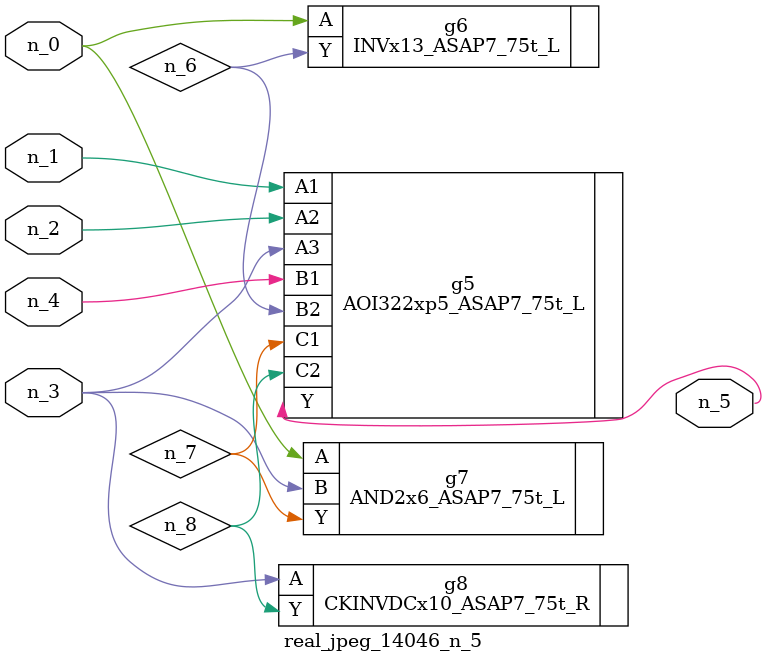
<source format=v>
module real_jpeg_14046_n_5 (n_4, n_0, n_1, n_2, n_3, n_5);

input n_4;
input n_0;
input n_1;
input n_2;
input n_3;

output n_5;

wire n_8;
wire n_6;
wire n_7;

INVx13_ASAP7_75t_L g6 ( 
.A(n_0),
.Y(n_6)
);

AND2x6_ASAP7_75t_L g7 ( 
.A(n_0),
.B(n_3),
.Y(n_7)
);

AOI322xp5_ASAP7_75t_L g5 ( 
.A1(n_1),
.A2(n_2),
.A3(n_3),
.B1(n_4),
.B2(n_6),
.C1(n_7),
.C2(n_8),
.Y(n_5)
);

CKINVDCx10_ASAP7_75t_R g8 ( 
.A(n_3),
.Y(n_8)
);


endmodule
</source>
